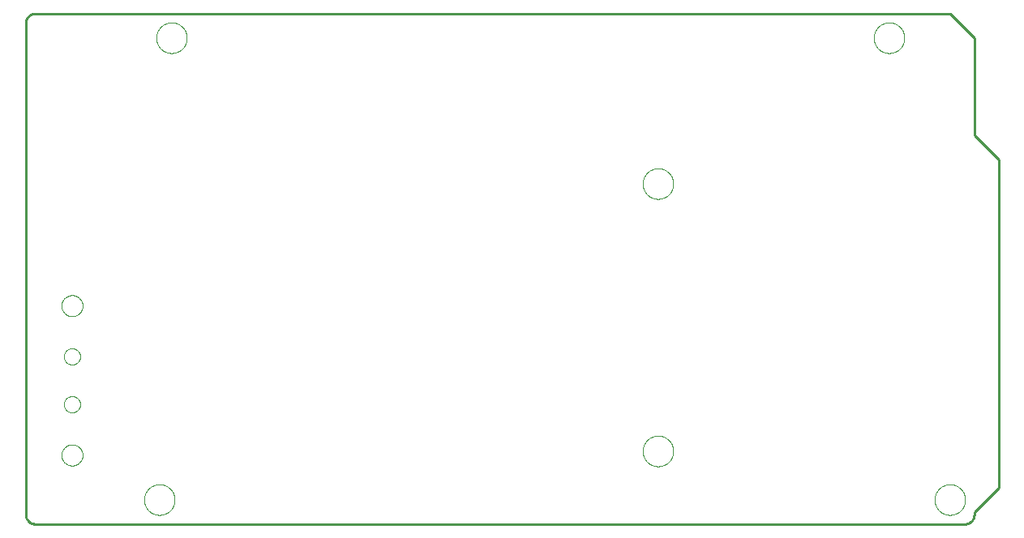
<source format=gm1>
G75*
%MOIN*%
%OFA0B0*%
%FSLAX25Y25*%
%IPPOS*%
%LPD*%
%AMOC8*
5,1,8,0,0,1.08239X$1,22.5*
%
%ADD10C,0.01000*%
%ADD11C,0.00000*%
D10*
X0043107Y0025660D02*
X0425233Y0025660D01*
X0425357Y0025662D01*
X0425480Y0025668D01*
X0425604Y0025677D01*
X0425726Y0025691D01*
X0425849Y0025708D01*
X0425971Y0025730D01*
X0426092Y0025755D01*
X0426212Y0025784D01*
X0426331Y0025816D01*
X0426450Y0025853D01*
X0426567Y0025893D01*
X0426682Y0025936D01*
X0426797Y0025984D01*
X0426909Y0026035D01*
X0427020Y0026089D01*
X0427130Y0026147D01*
X0427237Y0026208D01*
X0427343Y0026273D01*
X0427446Y0026341D01*
X0427547Y0026412D01*
X0427646Y0026486D01*
X0427743Y0026563D01*
X0427837Y0026644D01*
X0427928Y0026727D01*
X0428017Y0026813D01*
X0428103Y0026902D01*
X0428186Y0026993D01*
X0428267Y0027087D01*
X0428344Y0027184D01*
X0428418Y0027283D01*
X0428489Y0027384D01*
X0428557Y0027487D01*
X0428622Y0027593D01*
X0428683Y0027700D01*
X0428741Y0027810D01*
X0428795Y0027921D01*
X0428846Y0028033D01*
X0428894Y0028148D01*
X0428937Y0028263D01*
X0428977Y0028380D01*
X0429014Y0028499D01*
X0429046Y0028618D01*
X0429075Y0028738D01*
X0429100Y0028859D01*
X0429122Y0028981D01*
X0429139Y0029104D01*
X0429153Y0029226D01*
X0429162Y0029350D01*
X0429168Y0029473D01*
X0429170Y0029597D01*
X0429170Y0030660D01*
X0439170Y0040660D01*
X0439170Y0175660D01*
X0429170Y0185660D01*
X0429170Y0225660D01*
X0419170Y0235660D01*
X0043107Y0235660D01*
X0042983Y0235658D01*
X0042860Y0235652D01*
X0042736Y0235643D01*
X0042614Y0235629D01*
X0042491Y0235612D01*
X0042369Y0235590D01*
X0042248Y0235565D01*
X0042128Y0235536D01*
X0042009Y0235504D01*
X0041890Y0235467D01*
X0041773Y0235427D01*
X0041658Y0235384D01*
X0041543Y0235336D01*
X0041431Y0235285D01*
X0041320Y0235231D01*
X0041210Y0235173D01*
X0041103Y0235112D01*
X0040997Y0235047D01*
X0040894Y0234979D01*
X0040793Y0234908D01*
X0040694Y0234834D01*
X0040597Y0234757D01*
X0040503Y0234676D01*
X0040412Y0234593D01*
X0040323Y0234507D01*
X0040237Y0234418D01*
X0040154Y0234327D01*
X0040073Y0234233D01*
X0039996Y0234136D01*
X0039922Y0234037D01*
X0039851Y0233936D01*
X0039783Y0233833D01*
X0039718Y0233727D01*
X0039657Y0233620D01*
X0039599Y0233510D01*
X0039545Y0233399D01*
X0039494Y0233287D01*
X0039446Y0233172D01*
X0039403Y0233057D01*
X0039363Y0232940D01*
X0039326Y0232821D01*
X0039294Y0232702D01*
X0039265Y0232582D01*
X0039240Y0232461D01*
X0039218Y0232339D01*
X0039201Y0232216D01*
X0039187Y0232094D01*
X0039178Y0231970D01*
X0039172Y0231847D01*
X0039170Y0231723D01*
X0039170Y0029597D01*
X0039172Y0029473D01*
X0039178Y0029350D01*
X0039187Y0029226D01*
X0039201Y0029104D01*
X0039218Y0028981D01*
X0039240Y0028859D01*
X0039265Y0028738D01*
X0039294Y0028618D01*
X0039326Y0028499D01*
X0039363Y0028380D01*
X0039403Y0028263D01*
X0039446Y0028148D01*
X0039494Y0028033D01*
X0039545Y0027921D01*
X0039599Y0027810D01*
X0039657Y0027700D01*
X0039718Y0027593D01*
X0039783Y0027487D01*
X0039851Y0027384D01*
X0039922Y0027283D01*
X0039996Y0027184D01*
X0040073Y0027087D01*
X0040154Y0026993D01*
X0040237Y0026902D01*
X0040323Y0026813D01*
X0040412Y0026727D01*
X0040503Y0026644D01*
X0040597Y0026563D01*
X0040694Y0026486D01*
X0040793Y0026412D01*
X0040894Y0026341D01*
X0040997Y0026273D01*
X0041103Y0026208D01*
X0041210Y0026147D01*
X0041320Y0026089D01*
X0041431Y0026035D01*
X0041543Y0025984D01*
X0041658Y0025936D01*
X0041773Y0025893D01*
X0041890Y0025853D01*
X0042009Y0025816D01*
X0042128Y0025784D01*
X0042248Y0025755D01*
X0042369Y0025730D01*
X0042491Y0025708D01*
X0042614Y0025691D01*
X0042736Y0025677D01*
X0042860Y0025668D01*
X0042983Y0025662D01*
X0043107Y0025660D01*
D11*
X0053933Y0054006D02*
X0053935Y0054137D01*
X0053941Y0054269D01*
X0053951Y0054400D01*
X0053965Y0054531D01*
X0053983Y0054661D01*
X0054005Y0054790D01*
X0054030Y0054919D01*
X0054060Y0055047D01*
X0054094Y0055174D01*
X0054131Y0055301D01*
X0054172Y0055425D01*
X0054217Y0055549D01*
X0054266Y0055671D01*
X0054318Y0055792D01*
X0054374Y0055910D01*
X0054434Y0056028D01*
X0054497Y0056143D01*
X0054564Y0056256D01*
X0054634Y0056368D01*
X0054707Y0056477D01*
X0054783Y0056583D01*
X0054863Y0056688D01*
X0054946Y0056790D01*
X0055032Y0056889D01*
X0055121Y0056986D01*
X0055213Y0057080D01*
X0055308Y0057171D01*
X0055405Y0057260D01*
X0055505Y0057345D01*
X0055608Y0057427D01*
X0055713Y0057506D01*
X0055820Y0057582D01*
X0055930Y0057654D01*
X0056042Y0057723D01*
X0056156Y0057789D01*
X0056271Y0057851D01*
X0056389Y0057910D01*
X0056508Y0057965D01*
X0056629Y0058017D01*
X0056752Y0058064D01*
X0056876Y0058108D01*
X0057001Y0058149D01*
X0057127Y0058185D01*
X0057255Y0058218D01*
X0057383Y0058246D01*
X0057512Y0058271D01*
X0057642Y0058292D01*
X0057772Y0058309D01*
X0057903Y0058322D01*
X0058034Y0058331D01*
X0058165Y0058336D01*
X0058297Y0058337D01*
X0058428Y0058334D01*
X0058560Y0058327D01*
X0058691Y0058316D01*
X0058821Y0058301D01*
X0058951Y0058282D01*
X0059081Y0058259D01*
X0059209Y0058233D01*
X0059337Y0058202D01*
X0059464Y0058167D01*
X0059590Y0058129D01*
X0059714Y0058087D01*
X0059838Y0058041D01*
X0059959Y0057991D01*
X0060079Y0057938D01*
X0060198Y0057881D01*
X0060315Y0057821D01*
X0060429Y0057757D01*
X0060542Y0057689D01*
X0060653Y0057618D01*
X0060762Y0057544D01*
X0060868Y0057467D01*
X0060972Y0057386D01*
X0061073Y0057303D01*
X0061172Y0057216D01*
X0061268Y0057126D01*
X0061361Y0057033D01*
X0061452Y0056938D01*
X0061539Y0056840D01*
X0061624Y0056739D01*
X0061705Y0056636D01*
X0061783Y0056530D01*
X0061858Y0056422D01*
X0061930Y0056312D01*
X0061998Y0056200D01*
X0062063Y0056086D01*
X0062124Y0055969D01*
X0062182Y0055851D01*
X0062236Y0055731D01*
X0062287Y0055610D01*
X0062334Y0055487D01*
X0062377Y0055363D01*
X0062416Y0055238D01*
X0062452Y0055111D01*
X0062483Y0054983D01*
X0062511Y0054855D01*
X0062535Y0054726D01*
X0062555Y0054596D01*
X0062571Y0054465D01*
X0062583Y0054334D01*
X0062591Y0054203D01*
X0062595Y0054072D01*
X0062595Y0053940D01*
X0062591Y0053809D01*
X0062583Y0053678D01*
X0062571Y0053547D01*
X0062555Y0053416D01*
X0062535Y0053286D01*
X0062511Y0053157D01*
X0062483Y0053029D01*
X0062452Y0052901D01*
X0062416Y0052774D01*
X0062377Y0052649D01*
X0062334Y0052525D01*
X0062287Y0052402D01*
X0062236Y0052281D01*
X0062182Y0052161D01*
X0062124Y0052043D01*
X0062063Y0051926D01*
X0061998Y0051812D01*
X0061930Y0051700D01*
X0061858Y0051590D01*
X0061783Y0051482D01*
X0061705Y0051376D01*
X0061624Y0051273D01*
X0061539Y0051172D01*
X0061452Y0051074D01*
X0061361Y0050979D01*
X0061268Y0050886D01*
X0061172Y0050796D01*
X0061073Y0050709D01*
X0060972Y0050626D01*
X0060868Y0050545D01*
X0060762Y0050468D01*
X0060653Y0050394D01*
X0060542Y0050323D01*
X0060430Y0050255D01*
X0060315Y0050191D01*
X0060198Y0050131D01*
X0060079Y0050074D01*
X0059959Y0050021D01*
X0059838Y0049971D01*
X0059714Y0049925D01*
X0059590Y0049883D01*
X0059464Y0049845D01*
X0059337Y0049810D01*
X0059209Y0049779D01*
X0059081Y0049753D01*
X0058951Y0049730D01*
X0058821Y0049711D01*
X0058691Y0049696D01*
X0058560Y0049685D01*
X0058428Y0049678D01*
X0058297Y0049675D01*
X0058165Y0049676D01*
X0058034Y0049681D01*
X0057903Y0049690D01*
X0057772Y0049703D01*
X0057642Y0049720D01*
X0057512Y0049741D01*
X0057383Y0049766D01*
X0057255Y0049794D01*
X0057127Y0049827D01*
X0057001Y0049863D01*
X0056876Y0049904D01*
X0056752Y0049948D01*
X0056629Y0049995D01*
X0056508Y0050047D01*
X0056389Y0050102D01*
X0056271Y0050161D01*
X0056156Y0050223D01*
X0056042Y0050289D01*
X0055930Y0050358D01*
X0055820Y0050430D01*
X0055713Y0050506D01*
X0055608Y0050585D01*
X0055505Y0050667D01*
X0055405Y0050752D01*
X0055308Y0050841D01*
X0055213Y0050932D01*
X0055121Y0051026D01*
X0055032Y0051123D01*
X0054946Y0051222D01*
X0054863Y0051324D01*
X0054783Y0051429D01*
X0054707Y0051535D01*
X0054634Y0051644D01*
X0054564Y0051756D01*
X0054497Y0051869D01*
X0054434Y0051984D01*
X0054374Y0052102D01*
X0054318Y0052220D01*
X0054266Y0052341D01*
X0054217Y0052463D01*
X0054172Y0052587D01*
X0054131Y0052711D01*
X0054094Y0052838D01*
X0054060Y0052965D01*
X0054030Y0053093D01*
X0054005Y0053222D01*
X0053983Y0053351D01*
X0053965Y0053481D01*
X0053951Y0053612D01*
X0053941Y0053743D01*
X0053935Y0053875D01*
X0053933Y0054006D01*
X0054918Y0074872D02*
X0054920Y0074987D01*
X0054926Y0075103D01*
X0054936Y0075218D01*
X0054950Y0075333D01*
X0054968Y0075447D01*
X0054990Y0075560D01*
X0055015Y0075673D01*
X0055045Y0075784D01*
X0055078Y0075895D01*
X0055115Y0076004D01*
X0055156Y0076112D01*
X0055201Y0076219D01*
X0055249Y0076324D01*
X0055301Y0076427D01*
X0055357Y0076528D01*
X0055416Y0076628D01*
X0055478Y0076725D01*
X0055544Y0076820D01*
X0055612Y0076913D01*
X0055684Y0077003D01*
X0055759Y0077091D01*
X0055838Y0077176D01*
X0055919Y0077258D01*
X0056002Y0077338D01*
X0056089Y0077414D01*
X0056178Y0077488D01*
X0056269Y0077558D01*
X0056363Y0077626D01*
X0056459Y0077690D01*
X0056558Y0077750D01*
X0056658Y0077807D01*
X0056760Y0077861D01*
X0056864Y0077911D01*
X0056970Y0077958D01*
X0057077Y0078001D01*
X0057186Y0078040D01*
X0057296Y0078075D01*
X0057407Y0078106D01*
X0057519Y0078134D01*
X0057632Y0078158D01*
X0057746Y0078178D01*
X0057861Y0078194D01*
X0057976Y0078206D01*
X0058091Y0078214D01*
X0058206Y0078218D01*
X0058322Y0078218D01*
X0058437Y0078214D01*
X0058552Y0078206D01*
X0058667Y0078194D01*
X0058782Y0078178D01*
X0058896Y0078158D01*
X0059009Y0078134D01*
X0059121Y0078106D01*
X0059232Y0078075D01*
X0059342Y0078040D01*
X0059451Y0078001D01*
X0059558Y0077958D01*
X0059664Y0077911D01*
X0059768Y0077861D01*
X0059870Y0077807D01*
X0059970Y0077750D01*
X0060069Y0077690D01*
X0060165Y0077626D01*
X0060259Y0077558D01*
X0060350Y0077488D01*
X0060439Y0077414D01*
X0060526Y0077338D01*
X0060609Y0077258D01*
X0060690Y0077176D01*
X0060769Y0077091D01*
X0060844Y0077003D01*
X0060916Y0076913D01*
X0060984Y0076820D01*
X0061050Y0076725D01*
X0061112Y0076628D01*
X0061171Y0076528D01*
X0061227Y0076427D01*
X0061279Y0076324D01*
X0061327Y0076219D01*
X0061372Y0076112D01*
X0061413Y0076004D01*
X0061450Y0075895D01*
X0061483Y0075784D01*
X0061513Y0075673D01*
X0061538Y0075560D01*
X0061560Y0075447D01*
X0061578Y0075333D01*
X0061592Y0075218D01*
X0061602Y0075103D01*
X0061608Y0074987D01*
X0061610Y0074872D01*
X0061608Y0074757D01*
X0061602Y0074641D01*
X0061592Y0074526D01*
X0061578Y0074411D01*
X0061560Y0074297D01*
X0061538Y0074184D01*
X0061513Y0074071D01*
X0061483Y0073960D01*
X0061450Y0073849D01*
X0061413Y0073740D01*
X0061372Y0073632D01*
X0061327Y0073525D01*
X0061279Y0073420D01*
X0061227Y0073317D01*
X0061171Y0073216D01*
X0061112Y0073116D01*
X0061050Y0073019D01*
X0060984Y0072924D01*
X0060916Y0072831D01*
X0060844Y0072741D01*
X0060769Y0072653D01*
X0060690Y0072568D01*
X0060609Y0072486D01*
X0060526Y0072406D01*
X0060439Y0072330D01*
X0060350Y0072256D01*
X0060259Y0072186D01*
X0060165Y0072118D01*
X0060069Y0072054D01*
X0059970Y0071994D01*
X0059870Y0071937D01*
X0059768Y0071883D01*
X0059664Y0071833D01*
X0059558Y0071786D01*
X0059451Y0071743D01*
X0059342Y0071704D01*
X0059232Y0071669D01*
X0059121Y0071638D01*
X0059009Y0071610D01*
X0058896Y0071586D01*
X0058782Y0071566D01*
X0058667Y0071550D01*
X0058552Y0071538D01*
X0058437Y0071530D01*
X0058322Y0071526D01*
X0058206Y0071526D01*
X0058091Y0071530D01*
X0057976Y0071538D01*
X0057861Y0071550D01*
X0057746Y0071566D01*
X0057632Y0071586D01*
X0057519Y0071610D01*
X0057407Y0071638D01*
X0057296Y0071669D01*
X0057186Y0071704D01*
X0057077Y0071743D01*
X0056970Y0071786D01*
X0056864Y0071833D01*
X0056760Y0071883D01*
X0056658Y0071937D01*
X0056558Y0071994D01*
X0056459Y0072054D01*
X0056363Y0072118D01*
X0056269Y0072186D01*
X0056178Y0072256D01*
X0056089Y0072330D01*
X0056002Y0072406D01*
X0055919Y0072486D01*
X0055838Y0072568D01*
X0055759Y0072653D01*
X0055684Y0072741D01*
X0055612Y0072831D01*
X0055544Y0072924D01*
X0055478Y0073019D01*
X0055416Y0073116D01*
X0055357Y0073216D01*
X0055301Y0073317D01*
X0055249Y0073420D01*
X0055201Y0073525D01*
X0055156Y0073632D01*
X0055115Y0073740D01*
X0055078Y0073849D01*
X0055045Y0073960D01*
X0055015Y0074071D01*
X0054990Y0074184D01*
X0054968Y0074297D01*
X0054950Y0074411D01*
X0054936Y0074526D01*
X0054926Y0074641D01*
X0054920Y0074757D01*
X0054918Y0074872D01*
X0054918Y0094557D02*
X0054920Y0094672D01*
X0054926Y0094788D01*
X0054936Y0094903D01*
X0054950Y0095018D01*
X0054968Y0095132D01*
X0054990Y0095245D01*
X0055015Y0095358D01*
X0055045Y0095469D01*
X0055078Y0095580D01*
X0055115Y0095689D01*
X0055156Y0095797D01*
X0055201Y0095904D01*
X0055249Y0096009D01*
X0055301Y0096112D01*
X0055357Y0096213D01*
X0055416Y0096313D01*
X0055478Y0096410D01*
X0055544Y0096505D01*
X0055612Y0096598D01*
X0055684Y0096688D01*
X0055759Y0096776D01*
X0055838Y0096861D01*
X0055919Y0096943D01*
X0056002Y0097023D01*
X0056089Y0097099D01*
X0056178Y0097173D01*
X0056269Y0097243D01*
X0056363Y0097311D01*
X0056459Y0097375D01*
X0056558Y0097435D01*
X0056658Y0097492D01*
X0056760Y0097546D01*
X0056864Y0097596D01*
X0056970Y0097643D01*
X0057077Y0097686D01*
X0057186Y0097725D01*
X0057296Y0097760D01*
X0057407Y0097791D01*
X0057519Y0097819D01*
X0057632Y0097843D01*
X0057746Y0097863D01*
X0057861Y0097879D01*
X0057976Y0097891D01*
X0058091Y0097899D01*
X0058206Y0097903D01*
X0058322Y0097903D01*
X0058437Y0097899D01*
X0058552Y0097891D01*
X0058667Y0097879D01*
X0058782Y0097863D01*
X0058896Y0097843D01*
X0059009Y0097819D01*
X0059121Y0097791D01*
X0059232Y0097760D01*
X0059342Y0097725D01*
X0059451Y0097686D01*
X0059558Y0097643D01*
X0059664Y0097596D01*
X0059768Y0097546D01*
X0059870Y0097492D01*
X0059970Y0097435D01*
X0060069Y0097375D01*
X0060165Y0097311D01*
X0060259Y0097243D01*
X0060350Y0097173D01*
X0060439Y0097099D01*
X0060526Y0097023D01*
X0060609Y0096943D01*
X0060690Y0096861D01*
X0060769Y0096776D01*
X0060844Y0096688D01*
X0060916Y0096598D01*
X0060984Y0096505D01*
X0061050Y0096410D01*
X0061112Y0096313D01*
X0061171Y0096213D01*
X0061227Y0096112D01*
X0061279Y0096009D01*
X0061327Y0095904D01*
X0061372Y0095797D01*
X0061413Y0095689D01*
X0061450Y0095580D01*
X0061483Y0095469D01*
X0061513Y0095358D01*
X0061538Y0095245D01*
X0061560Y0095132D01*
X0061578Y0095018D01*
X0061592Y0094903D01*
X0061602Y0094788D01*
X0061608Y0094672D01*
X0061610Y0094557D01*
X0061608Y0094442D01*
X0061602Y0094326D01*
X0061592Y0094211D01*
X0061578Y0094096D01*
X0061560Y0093982D01*
X0061538Y0093869D01*
X0061513Y0093756D01*
X0061483Y0093645D01*
X0061450Y0093534D01*
X0061413Y0093425D01*
X0061372Y0093317D01*
X0061327Y0093210D01*
X0061279Y0093105D01*
X0061227Y0093002D01*
X0061171Y0092901D01*
X0061112Y0092801D01*
X0061050Y0092704D01*
X0060984Y0092609D01*
X0060916Y0092516D01*
X0060844Y0092426D01*
X0060769Y0092338D01*
X0060690Y0092253D01*
X0060609Y0092171D01*
X0060526Y0092091D01*
X0060439Y0092015D01*
X0060350Y0091941D01*
X0060259Y0091871D01*
X0060165Y0091803D01*
X0060069Y0091739D01*
X0059970Y0091679D01*
X0059870Y0091622D01*
X0059768Y0091568D01*
X0059664Y0091518D01*
X0059558Y0091471D01*
X0059451Y0091428D01*
X0059342Y0091389D01*
X0059232Y0091354D01*
X0059121Y0091323D01*
X0059009Y0091295D01*
X0058896Y0091271D01*
X0058782Y0091251D01*
X0058667Y0091235D01*
X0058552Y0091223D01*
X0058437Y0091215D01*
X0058322Y0091211D01*
X0058206Y0091211D01*
X0058091Y0091215D01*
X0057976Y0091223D01*
X0057861Y0091235D01*
X0057746Y0091251D01*
X0057632Y0091271D01*
X0057519Y0091295D01*
X0057407Y0091323D01*
X0057296Y0091354D01*
X0057186Y0091389D01*
X0057077Y0091428D01*
X0056970Y0091471D01*
X0056864Y0091518D01*
X0056760Y0091568D01*
X0056658Y0091622D01*
X0056558Y0091679D01*
X0056459Y0091739D01*
X0056363Y0091803D01*
X0056269Y0091871D01*
X0056178Y0091941D01*
X0056089Y0092015D01*
X0056002Y0092091D01*
X0055919Y0092171D01*
X0055838Y0092253D01*
X0055759Y0092338D01*
X0055684Y0092426D01*
X0055612Y0092516D01*
X0055544Y0092609D01*
X0055478Y0092704D01*
X0055416Y0092801D01*
X0055357Y0092901D01*
X0055301Y0093002D01*
X0055249Y0093105D01*
X0055201Y0093210D01*
X0055156Y0093317D01*
X0055115Y0093425D01*
X0055078Y0093534D01*
X0055045Y0093645D01*
X0055015Y0093756D01*
X0054990Y0093869D01*
X0054968Y0093982D01*
X0054950Y0094096D01*
X0054936Y0094211D01*
X0054926Y0094326D01*
X0054920Y0094442D01*
X0054918Y0094557D01*
X0053933Y0115423D02*
X0053935Y0115554D01*
X0053941Y0115686D01*
X0053951Y0115817D01*
X0053965Y0115948D01*
X0053983Y0116078D01*
X0054005Y0116207D01*
X0054030Y0116336D01*
X0054060Y0116464D01*
X0054094Y0116591D01*
X0054131Y0116718D01*
X0054172Y0116842D01*
X0054217Y0116966D01*
X0054266Y0117088D01*
X0054318Y0117209D01*
X0054374Y0117327D01*
X0054434Y0117445D01*
X0054497Y0117560D01*
X0054564Y0117673D01*
X0054634Y0117785D01*
X0054707Y0117894D01*
X0054783Y0118000D01*
X0054863Y0118105D01*
X0054946Y0118207D01*
X0055032Y0118306D01*
X0055121Y0118403D01*
X0055213Y0118497D01*
X0055308Y0118588D01*
X0055405Y0118677D01*
X0055505Y0118762D01*
X0055608Y0118844D01*
X0055713Y0118923D01*
X0055820Y0118999D01*
X0055930Y0119071D01*
X0056042Y0119140D01*
X0056156Y0119206D01*
X0056271Y0119268D01*
X0056389Y0119327D01*
X0056508Y0119382D01*
X0056629Y0119434D01*
X0056752Y0119481D01*
X0056876Y0119525D01*
X0057001Y0119566D01*
X0057127Y0119602D01*
X0057255Y0119635D01*
X0057383Y0119663D01*
X0057512Y0119688D01*
X0057642Y0119709D01*
X0057772Y0119726D01*
X0057903Y0119739D01*
X0058034Y0119748D01*
X0058165Y0119753D01*
X0058297Y0119754D01*
X0058428Y0119751D01*
X0058560Y0119744D01*
X0058691Y0119733D01*
X0058821Y0119718D01*
X0058951Y0119699D01*
X0059081Y0119676D01*
X0059209Y0119650D01*
X0059337Y0119619D01*
X0059464Y0119584D01*
X0059590Y0119546D01*
X0059714Y0119504D01*
X0059838Y0119458D01*
X0059959Y0119408D01*
X0060079Y0119355D01*
X0060198Y0119298D01*
X0060315Y0119238D01*
X0060429Y0119174D01*
X0060542Y0119106D01*
X0060653Y0119035D01*
X0060762Y0118961D01*
X0060868Y0118884D01*
X0060972Y0118803D01*
X0061073Y0118720D01*
X0061172Y0118633D01*
X0061268Y0118543D01*
X0061361Y0118450D01*
X0061452Y0118355D01*
X0061539Y0118257D01*
X0061624Y0118156D01*
X0061705Y0118053D01*
X0061783Y0117947D01*
X0061858Y0117839D01*
X0061930Y0117729D01*
X0061998Y0117617D01*
X0062063Y0117503D01*
X0062124Y0117386D01*
X0062182Y0117268D01*
X0062236Y0117148D01*
X0062287Y0117027D01*
X0062334Y0116904D01*
X0062377Y0116780D01*
X0062416Y0116655D01*
X0062452Y0116528D01*
X0062483Y0116400D01*
X0062511Y0116272D01*
X0062535Y0116143D01*
X0062555Y0116013D01*
X0062571Y0115882D01*
X0062583Y0115751D01*
X0062591Y0115620D01*
X0062595Y0115489D01*
X0062595Y0115357D01*
X0062591Y0115226D01*
X0062583Y0115095D01*
X0062571Y0114964D01*
X0062555Y0114833D01*
X0062535Y0114703D01*
X0062511Y0114574D01*
X0062483Y0114446D01*
X0062452Y0114318D01*
X0062416Y0114191D01*
X0062377Y0114066D01*
X0062334Y0113942D01*
X0062287Y0113819D01*
X0062236Y0113698D01*
X0062182Y0113578D01*
X0062124Y0113460D01*
X0062063Y0113343D01*
X0061998Y0113229D01*
X0061930Y0113117D01*
X0061858Y0113007D01*
X0061783Y0112899D01*
X0061705Y0112793D01*
X0061624Y0112690D01*
X0061539Y0112589D01*
X0061452Y0112491D01*
X0061361Y0112396D01*
X0061268Y0112303D01*
X0061172Y0112213D01*
X0061073Y0112126D01*
X0060972Y0112043D01*
X0060868Y0111962D01*
X0060762Y0111885D01*
X0060653Y0111811D01*
X0060542Y0111740D01*
X0060430Y0111672D01*
X0060315Y0111608D01*
X0060198Y0111548D01*
X0060079Y0111491D01*
X0059959Y0111438D01*
X0059838Y0111388D01*
X0059714Y0111342D01*
X0059590Y0111300D01*
X0059464Y0111262D01*
X0059337Y0111227D01*
X0059209Y0111196D01*
X0059081Y0111170D01*
X0058951Y0111147D01*
X0058821Y0111128D01*
X0058691Y0111113D01*
X0058560Y0111102D01*
X0058428Y0111095D01*
X0058297Y0111092D01*
X0058165Y0111093D01*
X0058034Y0111098D01*
X0057903Y0111107D01*
X0057772Y0111120D01*
X0057642Y0111137D01*
X0057512Y0111158D01*
X0057383Y0111183D01*
X0057255Y0111211D01*
X0057127Y0111244D01*
X0057001Y0111280D01*
X0056876Y0111321D01*
X0056752Y0111365D01*
X0056629Y0111412D01*
X0056508Y0111464D01*
X0056389Y0111519D01*
X0056271Y0111578D01*
X0056156Y0111640D01*
X0056042Y0111706D01*
X0055930Y0111775D01*
X0055820Y0111847D01*
X0055713Y0111923D01*
X0055608Y0112002D01*
X0055505Y0112084D01*
X0055405Y0112169D01*
X0055308Y0112258D01*
X0055213Y0112349D01*
X0055121Y0112443D01*
X0055032Y0112540D01*
X0054946Y0112639D01*
X0054863Y0112741D01*
X0054783Y0112846D01*
X0054707Y0112952D01*
X0054634Y0113061D01*
X0054564Y0113173D01*
X0054497Y0113286D01*
X0054434Y0113401D01*
X0054374Y0113519D01*
X0054318Y0113637D01*
X0054266Y0113758D01*
X0054217Y0113880D01*
X0054172Y0114004D01*
X0054131Y0114128D01*
X0054094Y0114255D01*
X0054060Y0114382D01*
X0054030Y0114510D01*
X0054005Y0114639D01*
X0053983Y0114768D01*
X0053965Y0114898D01*
X0053951Y0115029D01*
X0053941Y0115160D01*
X0053935Y0115292D01*
X0053933Y0115423D01*
X0087871Y0035660D02*
X0087873Y0035818D01*
X0087879Y0035976D01*
X0087889Y0036134D01*
X0087903Y0036292D01*
X0087921Y0036449D01*
X0087942Y0036606D01*
X0087968Y0036762D01*
X0087998Y0036918D01*
X0088031Y0037073D01*
X0088069Y0037226D01*
X0088110Y0037379D01*
X0088155Y0037531D01*
X0088204Y0037682D01*
X0088257Y0037831D01*
X0088313Y0037979D01*
X0088373Y0038125D01*
X0088437Y0038270D01*
X0088505Y0038413D01*
X0088576Y0038555D01*
X0088650Y0038695D01*
X0088728Y0038832D01*
X0088810Y0038968D01*
X0088894Y0039102D01*
X0088983Y0039233D01*
X0089074Y0039362D01*
X0089169Y0039489D01*
X0089266Y0039614D01*
X0089367Y0039736D01*
X0089471Y0039855D01*
X0089578Y0039972D01*
X0089688Y0040086D01*
X0089801Y0040197D01*
X0089916Y0040306D01*
X0090034Y0040411D01*
X0090155Y0040513D01*
X0090278Y0040613D01*
X0090404Y0040709D01*
X0090532Y0040802D01*
X0090662Y0040892D01*
X0090795Y0040978D01*
X0090930Y0041062D01*
X0091066Y0041141D01*
X0091205Y0041218D01*
X0091346Y0041290D01*
X0091488Y0041360D01*
X0091632Y0041425D01*
X0091778Y0041487D01*
X0091925Y0041545D01*
X0092074Y0041600D01*
X0092224Y0041651D01*
X0092375Y0041698D01*
X0092527Y0041741D01*
X0092680Y0041780D01*
X0092835Y0041816D01*
X0092990Y0041847D01*
X0093146Y0041875D01*
X0093302Y0041899D01*
X0093459Y0041919D01*
X0093617Y0041935D01*
X0093774Y0041947D01*
X0093933Y0041955D01*
X0094091Y0041959D01*
X0094249Y0041959D01*
X0094407Y0041955D01*
X0094566Y0041947D01*
X0094723Y0041935D01*
X0094881Y0041919D01*
X0095038Y0041899D01*
X0095194Y0041875D01*
X0095350Y0041847D01*
X0095505Y0041816D01*
X0095660Y0041780D01*
X0095813Y0041741D01*
X0095965Y0041698D01*
X0096116Y0041651D01*
X0096266Y0041600D01*
X0096415Y0041545D01*
X0096562Y0041487D01*
X0096708Y0041425D01*
X0096852Y0041360D01*
X0096994Y0041290D01*
X0097135Y0041218D01*
X0097274Y0041141D01*
X0097410Y0041062D01*
X0097545Y0040978D01*
X0097678Y0040892D01*
X0097808Y0040802D01*
X0097936Y0040709D01*
X0098062Y0040613D01*
X0098185Y0040513D01*
X0098306Y0040411D01*
X0098424Y0040306D01*
X0098539Y0040197D01*
X0098652Y0040086D01*
X0098762Y0039972D01*
X0098869Y0039855D01*
X0098973Y0039736D01*
X0099074Y0039614D01*
X0099171Y0039489D01*
X0099266Y0039362D01*
X0099357Y0039233D01*
X0099446Y0039102D01*
X0099530Y0038968D01*
X0099612Y0038832D01*
X0099690Y0038695D01*
X0099764Y0038555D01*
X0099835Y0038413D01*
X0099903Y0038270D01*
X0099967Y0038125D01*
X0100027Y0037979D01*
X0100083Y0037831D01*
X0100136Y0037682D01*
X0100185Y0037531D01*
X0100230Y0037379D01*
X0100271Y0037226D01*
X0100309Y0037073D01*
X0100342Y0036918D01*
X0100372Y0036762D01*
X0100398Y0036606D01*
X0100419Y0036449D01*
X0100437Y0036292D01*
X0100451Y0036134D01*
X0100461Y0035976D01*
X0100467Y0035818D01*
X0100469Y0035660D01*
X0100467Y0035502D01*
X0100461Y0035344D01*
X0100451Y0035186D01*
X0100437Y0035028D01*
X0100419Y0034871D01*
X0100398Y0034714D01*
X0100372Y0034558D01*
X0100342Y0034402D01*
X0100309Y0034247D01*
X0100271Y0034094D01*
X0100230Y0033941D01*
X0100185Y0033789D01*
X0100136Y0033638D01*
X0100083Y0033489D01*
X0100027Y0033341D01*
X0099967Y0033195D01*
X0099903Y0033050D01*
X0099835Y0032907D01*
X0099764Y0032765D01*
X0099690Y0032625D01*
X0099612Y0032488D01*
X0099530Y0032352D01*
X0099446Y0032218D01*
X0099357Y0032087D01*
X0099266Y0031958D01*
X0099171Y0031831D01*
X0099074Y0031706D01*
X0098973Y0031584D01*
X0098869Y0031465D01*
X0098762Y0031348D01*
X0098652Y0031234D01*
X0098539Y0031123D01*
X0098424Y0031014D01*
X0098306Y0030909D01*
X0098185Y0030807D01*
X0098062Y0030707D01*
X0097936Y0030611D01*
X0097808Y0030518D01*
X0097678Y0030428D01*
X0097545Y0030342D01*
X0097410Y0030258D01*
X0097274Y0030179D01*
X0097135Y0030102D01*
X0096994Y0030030D01*
X0096852Y0029960D01*
X0096708Y0029895D01*
X0096562Y0029833D01*
X0096415Y0029775D01*
X0096266Y0029720D01*
X0096116Y0029669D01*
X0095965Y0029622D01*
X0095813Y0029579D01*
X0095660Y0029540D01*
X0095505Y0029504D01*
X0095350Y0029473D01*
X0095194Y0029445D01*
X0095038Y0029421D01*
X0094881Y0029401D01*
X0094723Y0029385D01*
X0094566Y0029373D01*
X0094407Y0029365D01*
X0094249Y0029361D01*
X0094091Y0029361D01*
X0093933Y0029365D01*
X0093774Y0029373D01*
X0093617Y0029385D01*
X0093459Y0029401D01*
X0093302Y0029421D01*
X0093146Y0029445D01*
X0092990Y0029473D01*
X0092835Y0029504D01*
X0092680Y0029540D01*
X0092527Y0029579D01*
X0092375Y0029622D01*
X0092224Y0029669D01*
X0092074Y0029720D01*
X0091925Y0029775D01*
X0091778Y0029833D01*
X0091632Y0029895D01*
X0091488Y0029960D01*
X0091346Y0030030D01*
X0091205Y0030102D01*
X0091066Y0030179D01*
X0090930Y0030258D01*
X0090795Y0030342D01*
X0090662Y0030428D01*
X0090532Y0030518D01*
X0090404Y0030611D01*
X0090278Y0030707D01*
X0090155Y0030807D01*
X0090034Y0030909D01*
X0089916Y0031014D01*
X0089801Y0031123D01*
X0089688Y0031234D01*
X0089578Y0031348D01*
X0089471Y0031465D01*
X0089367Y0031584D01*
X0089266Y0031706D01*
X0089169Y0031831D01*
X0089074Y0031958D01*
X0088983Y0032087D01*
X0088894Y0032218D01*
X0088810Y0032352D01*
X0088728Y0032488D01*
X0088650Y0032625D01*
X0088576Y0032765D01*
X0088505Y0032907D01*
X0088437Y0033050D01*
X0088373Y0033195D01*
X0088313Y0033341D01*
X0088257Y0033489D01*
X0088204Y0033638D01*
X0088155Y0033789D01*
X0088110Y0033941D01*
X0088069Y0034094D01*
X0088031Y0034247D01*
X0087998Y0034402D01*
X0087968Y0034558D01*
X0087942Y0034714D01*
X0087921Y0034871D01*
X0087903Y0035028D01*
X0087889Y0035186D01*
X0087879Y0035344D01*
X0087873Y0035502D01*
X0087871Y0035660D01*
X0292871Y0055660D02*
X0292873Y0055818D01*
X0292879Y0055976D01*
X0292889Y0056134D01*
X0292903Y0056292D01*
X0292921Y0056449D01*
X0292942Y0056606D01*
X0292968Y0056762D01*
X0292998Y0056918D01*
X0293031Y0057073D01*
X0293069Y0057226D01*
X0293110Y0057379D01*
X0293155Y0057531D01*
X0293204Y0057682D01*
X0293257Y0057831D01*
X0293313Y0057979D01*
X0293373Y0058125D01*
X0293437Y0058270D01*
X0293505Y0058413D01*
X0293576Y0058555D01*
X0293650Y0058695D01*
X0293728Y0058832D01*
X0293810Y0058968D01*
X0293894Y0059102D01*
X0293983Y0059233D01*
X0294074Y0059362D01*
X0294169Y0059489D01*
X0294266Y0059614D01*
X0294367Y0059736D01*
X0294471Y0059855D01*
X0294578Y0059972D01*
X0294688Y0060086D01*
X0294801Y0060197D01*
X0294916Y0060306D01*
X0295034Y0060411D01*
X0295155Y0060513D01*
X0295278Y0060613D01*
X0295404Y0060709D01*
X0295532Y0060802D01*
X0295662Y0060892D01*
X0295795Y0060978D01*
X0295930Y0061062D01*
X0296066Y0061141D01*
X0296205Y0061218D01*
X0296346Y0061290D01*
X0296488Y0061360D01*
X0296632Y0061425D01*
X0296778Y0061487D01*
X0296925Y0061545D01*
X0297074Y0061600D01*
X0297224Y0061651D01*
X0297375Y0061698D01*
X0297527Y0061741D01*
X0297680Y0061780D01*
X0297835Y0061816D01*
X0297990Y0061847D01*
X0298146Y0061875D01*
X0298302Y0061899D01*
X0298459Y0061919D01*
X0298617Y0061935D01*
X0298774Y0061947D01*
X0298933Y0061955D01*
X0299091Y0061959D01*
X0299249Y0061959D01*
X0299407Y0061955D01*
X0299566Y0061947D01*
X0299723Y0061935D01*
X0299881Y0061919D01*
X0300038Y0061899D01*
X0300194Y0061875D01*
X0300350Y0061847D01*
X0300505Y0061816D01*
X0300660Y0061780D01*
X0300813Y0061741D01*
X0300965Y0061698D01*
X0301116Y0061651D01*
X0301266Y0061600D01*
X0301415Y0061545D01*
X0301562Y0061487D01*
X0301708Y0061425D01*
X0301852Y0061360D01*
X0301994Y0061290D01*
X0302135Y0061218D01*
X0302274Y0061141D01*
X0302410Y0061062D01*
X0302545Y0060978D01*
X0302678Y0060892D01*
X0302808Y0060802D01*
X0302936Y0060709D01*
X0303062Y0060613D01*
X0303185Y0060513D01*
X0303306Y0060411D01*
X0303424Y0060306D01*
X0303539Y0060197D01*
X0303652Y0060086D01*
X0303762Y0059972D01*
X0303869Y0059855D01*
X0303973Y0059736D01*
X0304074Y0059614D01*
X0304171Y0059489D01*
X0304266Y0059362D01*
X0304357Y0059233D01*
X0304446Y0059102D01*
X0304530Y0058968D01*
X0304612Y0058832D01*
X0304690Y0058695D01*
X0304764Y0058555D01*
X0304835Y0058413D01*
X0304903Y0058270D01*
X0304967Y0058125D01*
X0305027Y0057979D01*
X0305083Y0057831D01*
X0305136Y0057682D01*
X0305185Y0057531D01*
X0305230Y0057379D01*
X0305271Y0057226D01*
X0305309Y0057073D01*
X0305342Y0056918D01*
X0305372Y0056762D01*
X0305398Y0056606D01*
X0305419Y0056449D01*
X0305437Y0056292D01*
X0305451Y0056134D01*
X0305461Y0055976D01*
X0305467Y0055818D01*
X0305469Y0055660D01*
X0305467Y0055502D01*
X0305461Y0055344D01*
X0305451Y0055186D01*
X0305437Y0055028D01*
X0305419Y0054871D01*
X0305398Y0054714D01*
X0305372Y0054558D01*
X0305342Y0054402D01*
X0305309Y0054247D01*
X0305271Y0054094D01*
X0305230Y0053941D01*
X0305185Y0053789D01*
X0305136Y0053638D01*
X0305083Y0053489D01*
X0305027Y0053341D01*
X0304967Y0053195D01*
X0304903Y0053050D01*
X0304835Y0052907D01*
X0304764Y0052765D01*
X0304690Y0052625D01*
X0304612Y0052488D01*
X0304530Y0052352D01*
X0304446Y0052218D01*
X0304357Y0052087D01*
X0304266Y0051958D01*
X0304171Y0051831D01*
X0304074Y0051706D01*
X0303973Y0051584D01*
X0303869Y0051465D01*
X0303762Y0051348D01*
X0303652Y0051234D01*
X0303539Y0051123D01*
X0303424Y0051014D01*
X0303306Y0050909D01*
X0303185Y0050807D01*
X0303062Y0050707D01*
X0302936Y0050611D01*
X0302808Y0050518D01*
X0302678Y0050428D01*
X0302545Y0050342D01*
X0302410Y0050258D01*
X0302274Y0050179D01*
X0302135Y0050102D01*
X0301994Y0050030D01*
X0301852Y0049960D01*
X0301708Y0049895D01*
X0301562Y0049833D01*
X0301415Y0049775D01*
X0301266Y0049720D01*
X0301116Y0049669D01*
X0300965Y0049622D01*
X0300813Y0049579D01*
X0300660Y0049540D01*
X0300505Y0049504D01*
X0300350Y0049473D01*
X0300194Y0049445D01*
X0300038Y0049421D01*
X0299881Y0049401D01*
X0299723Y0049385D01*
X0299566Y0049373D01*
X0299407Y0049365D01*
X0299249Y0049361D01*
X0299091Y0049361D01*
X0298933Y0049365D01*
X0298774Y0049373D01*
X0298617Y0049385D01*
X0298459Y0049401D01*
X0298302Y0049421D01*
X0298146Y0049445D01*
X0297990Y0049473D01*
X0297835Y0049504D01*
X0297680Y0049540D01*
X0297527Y0049579D01*
X0297375Y0049622D01*
X0297224Y0049669D01*
X0297074Y0049720D01*
X0296925Y0049775D01*
X0296778Y0049833D01*
X0296632Y0049895D01*
X0296488Y0049960D01*
X0296346Y0050030D01*
X0296205Y0050102D01*
X0296066Y0050179D01*
X0295930Y0050258D01*
X0295795Y0050342D01*
X0295662Y0050428D01*
X0295532Y0050518D01*
X0295404Y0050611D01*
X0295278Y0050707D01*
X0295155Y0050807D01*
X0295034Y0050909D01*
X0294916Y0051014D01*
X0294801Y0051123D01*
X0294688Y0051234D01*
X0294578Y0051348D01*
X0294471Y0051465D01*
X0294367Y0051584D01*
X0294266Y0051706D01*
X0294169Y0051831D01*
X0294074Y0051958D01*
X0293983Y0052087D01*
X0293894Y0052218D01*
X0293810Y0052352D01*
X0293728Y0052488D01*
X0293650Y0052625D01*
X0293576Y0052765D01*
X0293505Y0052907D01*
X0293437Y0053050D01*
X0293373Y0053195D01*
X0293313Y0053341D01*
X0293257Y0053489D01*
X0293204Y0053638D01*
X0293155Y0053789D01*
X0293110Y0053941D01*
X0293069Y0054094D01*
X0293031Y0054247D01*
X0292998Y0054402D01*
X0292968Y0054558D01*
X0292942Y0054714D01*
X0292921Y0054871D01*
X0292903Y0055028D01*
X0292889Y0055186D01*
X0292879Y0055344D01*
X0292873Y0055502D01*
X0292871Y0055660D01*
X0412871Y0035660D02*
X0412873Y0035818D01*
X0412879Y0035976D01*
X0412889Y0036134D01*
X0412903Y0036292D01*
X0412921Y0036449D01*
X0412942Y0036606D01*
X0412968Y0036762D01*
X0412998Y0036918D01*
X0413031Y0037073D01*
X0413069Y0037226D01*
X0413110Y0037379D01*
X0413155Y0037531D01*
X0413204Y0037682D01*
X0413257Y0037831D01*
X0413313Y0037979D01*
X0413373Y0038125D01*
X0413437Y0038270D01*
X0413505Y0038413D01*
X0413576Y0038555D01*
X0413650Y0038695D01*
X0413728Y0038832D01*
X0413810Y0038968D01*
X0413894Y0039102D01*
X0413983Y0039233D01*
X0414074Y0039362D01*
X0414169Y0039489D01*
X0414266Y0039614D01*
X0414367Y0039736D01*
X0414471Y0039855D01*
X0414578Y0039972D01*
X0414688Y0040086D01*
X0414801Y0040197D01*
X0414916Y0040306D01*
X0415034Y0040411D01*
X0415155Y0040513D01*
X0415278Y0040613D01*
X0415404Y0040709D01*
X0415532Y0040802D01*
X0415662Y0040892D01*
X0415795Y0040978D01*
X0415930Y0041062D01*
X0416066Y0041141D01*
X0416205Y0041218D01*
X0416346Y0041290D01*
X0416488Y0041360D01*
X0416632Y0041425D01*
X0416778Y0041487D01*
X0416925Y0041545D01*
X0417074Y0041600D01*
X0417224Y0041651D01*
X0417375Y0041698D01*
X0417527Y0041741D01*
X0417680Y0041780D01*
X0417835Y0041816D01*
X0417990Y0041847D01*
X0418146Y0041875D01*
X0418302Y0041899D01*
X0418459Y0041919D01*
X0418617Y0041935D01*
X0418774Y0041947D01*
X0418933Y0041955D01*
X0419091Y0041959D01*
X0419249Y0041959D01*
X0419407Y0041955D01*
X0419566Y0041947D01*
X0419723Y0041935D01*
X0419881Y0041919D01*
X0420038Y0041899D01*
X0420194Y0041875D01*
X0420350Y0041847D01*
X0420505Y0041816D01*
X0420660Y0041780D01*
X0420813Y0041741D01*
X0420965Y0041698D01*
X0421116Y0041651D01*
X0421266Y0041600D01*
X0421415Y0041545D01*
X0421562Y0041487D01*
X0421708Y0041425D01*
X0421852Y0041360D01*
X0421994Y0041290D01*
X0422135Y0041218D01*
X0422274Y0041141D01*
X0422410Y0041062D01*
X0422545Y0040978D01*
X0422678Y0040892D01*
X0422808Y0040802D01*
X0422936Y0040709D01*
X0423062Y0040613D01*
X0423185Y0040513D01*
X0423306Y0040411D01*
X0423424Y0040306D01*
X0423539Y0040197D01*
X0423652Y0040086D01*
X0423762Y0039972D01*
X0423869Y0039855D01*
X0423973Y0039736D01*
X0424074Y0039614D01*
X0424171Y0039489D01*
X0424266Y0039362D01*
X0424357Y0039233D01*
X0424446Y0039102D01*
X0424530Y0038968D01*
X0424612Y0038832D01*
X0424690Y0038695D01*
X0424764Y0038555D01*
X0424835Y0038413D01*
X0424903Y0038270D01*
X0424967Y0038125D01*
X0425027Y0037979D01*
X0425083Y0037831D01*
X0425136Y0037682D01*
X0425185Y0037531D01*
X0425230Y0037379D01*
X0425271Y0037226D01*
X0425309Y0037073D01*
X0425342Y0036918D01*
X0425372Y0036762D01*
X0425398Y0036606D01*
X0425419Y0036449D01*
X0425437Y0036292D01*
X0425451Y0036134D01*
X0425461Y0035976D01*
X0425467Y0035818D01*
X0425469Y0035660D01*
X0425467Y0035502D01*
X0425461Y0035344D01*
X0425451Y0035186D01*
X0425437Y0035028D01*
X0425419Y0034871D01*
X0425398Y0034714D01*
X0425372Y0034558D01*
X0425342Y0034402D01*
X0425309Y0034247D01*
X0425271Y0034094D01*
X0425230Y0033941D01*
X0425185Y0033789D01*
X0425136Y0033638D01*
X0425083Y0033489D01*
X0425027Y0033341D01*
X0424967Y0033195D01*
X0424903Y0033050D01*
X0424835Y0032907D01*
X0424764Y0032765D01*
X0424690Y0032625D01*
X0424612Y0032488D01*
X0424530Y0032352D01*
X0424446Y0032218D01*
X0424357Y0032087D01*
X0424266Y0031958D01*
X0424171Y0031831D01*
X0424074Y0031706D01*
X0423973Y0031584D01*
X0423869Y0031465D01*
X0423762Y0031348D01*
X0423652Y0031234D01*
X0423539Y0031123D01*
X0423424Y0031014D01*
X0423306Y0030909D01*
X0423185Y0030807D01*
X0423062Y0030707D01*
X0422936Y0030611D01*
X0422808Y0030518D01*
X0422678Y0030428D01*
X0422545Y0030342D01*
X0422410Y0030258D01*
X0422274Y0030179D01*
X0422135Y0030102D01*
X0421994Y0030030D01*
X0421852Y0029960D01*
X0421708Y0029895D01*
X0421562Y0029833D01*
X0421415Y0029775D01*
X0421266Y0029720D01*
X0421116Y0029669D01*
X0420965Y0029622D01*
X0420813Y0029579D01*
X0420660Y0029540D01*
X0420505Y0029504D01*
X0420350Y0029473D01*
X0420194Y0029445D01*
X0420038Y0029421D01*
X0419881Y0029401D01*
X0419723Y0029385D01*
X0419566Y0029373D01*
X0419407Y0029365D01*
X0419249Y0029361D01*
X0419091Y0029361D01*
X0418933Y0029365D01*
X0418774Y0029373D01*
X0418617Y0029385D01*
X0418459Y0029401D01*
X0418302Y0029421D01*
X0418146Y0029445D01*
X0417990Y0029473D01*
X0417835Y0029504D01*
X0417680Y0029540D01*
X0417527Y0029579D01*
X0417375Y0029622D01*
X0417224Y0029669D01*
X0417074Y0029720D01*
X0416925Y0029775D01*
X0416778Y0029833D01*
X0416632Y0029895D01*
X0416488Y0029960D01*
X0416346Y0030030D01*
X0416205Y0030102D01*
X0416066Y0030179D01*
X0415930Y0030258D01*
X0415795Y0030342D01*
X0415662Y0030428D01*
X0415532Y0030518D01*
X0415404Y0030611D01*
X0415278Y0030707D01*
X0415155Y0030807D01*
X0415034Y0030909D01*
X0414916Y0031014D01*
X0414801Y0031123D01*
X0414688Y0031234D01*
X0414578Y0031348D01*
X0414471Y0031465D01*
X0414367Y0031584D01*
X0414266Y0031706D01*
X0414169Y0031831D01*
X0414074Y0031958D01*
X0413983Y0032087D01*
X0413894Y0032218D01*
X0413810Y0032352D01*
X0413728Y0032488D01*
X0413650Y0032625D01*
X0413576Y0032765D01*
X0413505Y0032907D01*
X0413437Y0033050D01*
X0413373Y0033195D01*
X0413313Y0033341D01*
X0413257Y0033489D01*
X0413204Y0033638D01*
X0413155Y0033789D01*
X0413110Y0033941D01*
X0413069Y0034094D01*
X0413031Y0034247D01*
X0412998Y0034402D01*
X0412968Y0034558D01*
X0412942Y0034714D01*
X0412921Y0034871D01*
X0412903Y0035028D01*
X0412889Y0035186D01*
X0412879Y0035344D01*
X0412873Y0035502D01*
X0412871Y0035660D01*
X0292871Y0165660D02*
X0292873Y0165818D01*
X0292879Y0165976D01*
X0292889Y0166134D01*
X0292903Y0166292D01*
X0292921Y0166449D01*
X0292942Y0166606D01*
X0292968Y0166762D01*
X0292998Y0166918D01*
X0293031Y0167073D01*
X0293069Y0167226D01*
X0293110Y0167379D01*
X0293155Y0167531D01*
X0293204Y0167682D01*
X0293257Y0167831D01*
X0293313Y0167979D01*
X0293373Y0168125D01*
X0293437Y0168270D01*
X0293505Y0168413D01*
X0293576Y0168555D01*
X0293650Y0168695D01*
X0293728Y0168832D01*
X0293810Y0168968D01*
X0293894Y0169102D01*
X0293983Y0169233D01*
X0294074Y0169362D01*
X0294169Y0169489D01*
X0294266Y0169614D01*
X0294367Y0169736D01*
X0294471Y0169855D01*
X0294578Y0169972D01*
X0294688Y0170086D01*
X0294801Y0170197D01*
X0294916Y0170306D01*
X0295034Y0170411D01*
X0295155Y0170513D01*
X0295278Y0170613D01*
X0295404Y0170709D01*
X0295532Y0170802D01*
X0295662Y0170892D01*
X0295795Y0170978D01*
X0295930Y0171062D01*
X0296066Y0171141D01*
X0296205Y0171218D01*
X0296346Y0171290D01*
X0296488Y0171360D01*
X0296632Y0171425D01*
X0296778Y0171487D01*
X0296925Y0171545D01*
X0297074Y0171600D01*
X0297224Y0171651D01*
X0297375Y0171698D01*
X0297527Y0171741D01*
X0297680Y0171780D01*
X0297835Y0171816D01*
X0297990Y0171847D01*
X0298146Y0171875D01*
X0298302Y0171899D01*
X0298459Y0171919D01*
X0298617Y0171935D01*
X0298774Y0171947D01*
X0298933Y0171955D01*
X0299091Y0171959D01*
X0299249Y0171959D01*
X0299407Y0171955D01*
X0299566Y0171947D01*
X0299723Y0171935D01*
X0299881Y0171919D01*
X0300038Y0171899D01*
X0300194Y0171875D01*
X0300350Y0171847D01*
X0300505Y0171816D01*
X0300660Y0171780D01*
X0300813Y0171741D01*
X0300965Y0171698D01*
X0301116Y0171651D01*
X0301266Y0171600D01*
X0301415Y0171545D01*
X0301562Y0171487D01*
X0301708Y0171425D01*
X0301852Y0171360D01*
X0301994Y0171290D01*
X0302135Y0171218D01*
X0302274Y0171141D01*
X0302410Y0171062D01*
X0302545Y0170978D01*
X0302678Y0170892D01*
X0302808Y0170802D01*
X0302936Y0170709D01*
X0303062Y0170613D01*
X0303185Y0170513D01*
X0303306Y0170411D01*
X0303424Y0170306D01*
X0303539Y0170197D01*
X0303652Y0170086D01*
X0303762Y0169972D01*
X0303869Y0169855D01*
X0303973Y0169736D01*
X0304074Y0169614D01*
X0304171Y0169489D01*
X0304266Y0169362D01*
X0304357Y0169233D01*
X0304446Y0169102D01*
X0304530Y0168968D01*
X0304612Y0168832D01*
X0304690Y0168695D01*
X0304764Y0168555D01*
X0304835Y0168413D01*
X0304903Y0168270D01*
X0304967Y0168125D01*
X0305027Y0167979D01*
X0305083Y0167831D01*
X0305136Y0167682D01*
X0305185Y0167531D01*
X0305230Y0167379D01*
X0305271Y0167226D01*
X0305309Y0167073D01*
X0305342Y0166918D01*
X0305372Y0166762D01*
X0305398Y0166606D01*
X0305419Y0166449D01*
X0305437Y0166292D01*
X0305451Y0166134D01*
X0305461Y0165976D01*
X0305467Y0165818D01*
X0305469Y0165660D01*
X0305467Y0165502D01*
X0305461Y0165344D01*
X0305451Y0165186D01*
X0305437Y0165028D01*
X0305419Y0164871D01*
X0305398Y0164714D01*
X0305372Y0164558D01*
X0305342Y0164402D01*
X0305309Y0164247D01*
X0305271Y0164094D01*
X0305230Y0163941D01*
X0305185Y0163789D01*
X0305136Y0163638D01*
X0305083Y0163489D01*
X0305027Y0163341D01*
X0304967Y0163195D01*
X0304903Y0163050D01*
X0304835Y0162907D01*
X0304764Y0162765D01*
X0304690Y0162625D01*
X0304612Y0162488D01*
X0304530Y0162352D01*
X0304446Y0162218D01*
X0304357Y0162087D01*
X0304266Y0161958D01*
X0304171Y0161831D01*
X0304074Y0161706D01*
X0303973Y0161584D01*
X0303869Y0161465D01*
X0303762Y0161348D01*
X0303652Y0161234D01*
X0303539Y0161123D01*
X0303424Y0161014D01*
X0303306Y0160909D01*
X0303185Y0160807D01*
X0303062Y0160707D01*
X0302936Y0160611D01*
X0302808Y0160518D01*
X0302678Y0160428D01*
X0302545Y0160342D01*
X0302410Y0160258D01*
X0302274Y0160179D01*
X0302135Y0160102D01*
X0301994Y0160030D01*
X0301852Y0159960D01*
X0301708Y0159895D01*
X0301562Y0159833D01*
X0301415Y0159775D01*
X0301266Y0159720D01*
X0301116Y0159669D01*
X0300965Y0159622D01*
X0300813Y0159579D01*
X0300660Y0159540D01*
X0300505Y0159504D01*
X0300350Y0159473D01*
X0300194Y0159445D01*
X0300038Y0159421D01*
X0299881Y0159401D01*
X0299723Y0159385D01*
X0299566Y0159373D01*
X0299407Y0159365D01*
X0299249Y0159361D01*
X0299091Y0159361D01*
X0298933Y0159365D01*
X0298774Y0159373D01*
X0298617Y0159385D01*
X0298459Y0159401D01*
X0298302Y0159421D01*
X0298146Y0159445D01*
X0297990Y0159473D01*
X0297835Y0159504D01*
X0297680Y0159540D01*
X0297527Y0159579D01*
X0297375Y0159622D01*
X0297224Y0159669D01*
X0297074Y0159720D01*
X0296925Y0159775D01*
X0296778Y0159833D01*
X0296632Y0159895D01*
X0296488Y0159960D01*
X0296346Y0160030D01*
X0296205Y0160102D01*
X0296066Y0160179D01*
X0295930Y0160258D01*
X0295795Y0160342D01*
X0295662Y0160428D01*
X0295532Y0160518D01*
X0295404Y0160611D01*
X0295278Y0160707D01*
X0295155Y0160807D01*
X0295034Y0160909D01*
X0294916Y0161014D01*
X0294801Y0161123D01*
X0294688Y0161234D01*
X0294578Y0161348D01*
X0294471Y0161465D01*
X0294367Y0161584D01*
X0294266Y0161706D01*
X0294169Y0161831D01*
X0294074Y0161958D01*
X0293983Y0162087D01*
X0293894Y0162218D01*
X0293810Y0162352D01*
X0293728Y0162488D01*
X0293650Y0162625D01*
X0293576Y0162765D01*
X0293505Y0162907D01*
X0293437Y0163050D01*
X0293373Y0163195D01*
X0293313Y0163341D01*
X0293257Y0163489D01*
X0293204Y0163638D01*
X0293155Y0163789D01*
X0293110Y0163941D01*
X0293069Y0164094D01*
X0293031Y0164247D01*
X0292998Y0164402D01*
X0292968Y0164558D01*
X0292942Y0164714D01*
X0292921Y0164871D01*
X0292903Y0165028D01*
X0292889Y0165186D01*
X0292879Y0165344D01*
X0292873Y0165502D01*
X0292871Y0165660D01*
X0387871Y0225660D02*
X0387873Y0225818D01*
X0387879Y0225976D01*
X0387889Y0226134D01*
X0387903Y0226292D01*
X0387921Y0226449D01*
X0387942Y0226606D01*
X0387968Y0226762D01*
X0387998Y0226918D01*
X0388031Y0227073D01*
X0388069Y0227226D01*
X0388110Y0227379D01*
X0388155Y0227531D01*
X0388204Y0227682D01*
X0388257Y0227831D01*
X0388313Y0227979D01*
X0388373Y0228125D01*
X0388437Y0228270D01*
X0388505Y0228413D01*
X0388576Y0228555D01*
X0388650Y0228695D01*
X0388728Y0228832D01*
X0388810Y0228968D01*
X0388894Y0229102D01*
X0388983Y0229233D01*
X0389074Y0229362D01*
X0389169Y0229489D01*
X0389266Y0229614D01*
X0389367Y0229736D01*
X0389471Y0229855D01*
X0389578Y0229972D01*
X0389688Y0230086D01*
X0389801Y0230197D01*
X0389916Y0230306D01*
X0390034Y0230411D01*
X0390155Y0230513D01*
X0390278Y0230613D01*
X0390404Y0230709D01*
X0390532Y0230802D01*
X0390662Y0230892D01*
X0390795Y0230978D01*
X0390930Y0231062D01*
X0391066Y0231141D01*
X0391205Y0231218D01*
X0391346Y0231290D01*
X0391488Y0231360D01*
X0391632Y0231425D01*
X0391778Y0231487D01*
X0391925Y0231545D01*
X0392074Y0231600D01*
X0392224Y0231651D01*
X0392375Y0231698D01*
X0392527Y0231741D01*
X0392680Y0231780D01*
X0392835Y0231816D01*
X0392990Y0231847D01*
X0393146Y0231875D01*
X0393302Y0231899D01*
X0393459Y0231919D01*
X0393617Y0231935D01*
X0393774Y0231947D01*
X0393933Y0231955D01*
X0394091Y0231959D01*
X0394249Y0231959D01*
X0394407Y0231955D01*
X0394566Y0231947D01*
X0394723Y0231935D01*
X0394881Y0231919D01*
X0395038Y0231899D01*
X0395194Y0231875D01*
X0395350Y0231847D01*
X0395505Y0231816D01*
X0395660Y0231780D01*
X0395813Y0231741D01*
X0395965Y0231698D01*
X0396116Y0231651D01*
X0396266Y0231600D01*
X0396415Y0231545D01*
X0396562Y0231487D01*
X0396708Y0231425D01*
X0396852Y0231360D01*
X0396994Y0231290D01*
X0397135Y0231218D01*
X0397274Y0231141D01*
X0397410Y0231062D01*
X0397545Y0230978D01*
X0397678Y0230892D01*
X0397808Y0230802D01*
X0397936Y0230709D01*
X0398062Y0230613D01*
X0398185Y0230513D01*
X0398306Y0230411D01*
X0398424Y0230306D01*
X0398539Y0230197D01*
X0398652Y0230086D01*
X0398762Y0229972D01*
X0398869Y0229855D01*
X0398973Y0229736D01*
X0399074Y0229614D01*
X0399171Y0229489D01*
X0399266Y0229362D01*
X0399357Y0229233D01*
X0399446Y0229102D01*
X0399530Y0228968D01*
X0399612Y0228832D01*
X0399690Y0228695D01*
X0399764Y0228555D01*
X0399835Y0228413D01*
X0399903Y0228270D01*
X0399967Y0228125D01*
X0400027Y0227979D01*
X0400083Y0227831D01*
X0400136Y0227682D01*
X0400185Y0227531D01*
X0400230Y0227379D01*
X0400271Y0227226D01*
X0400309Y0227073D01*
X0400342Y0226918D01*
X0400372Y0226762D01*
X0400398Y0226606D01*
X0400419Y0226449D01*
X0400437Y0226292D01*
X0400451Y0226134D01*
X0400461Y0225976D01*
X0400467Y0225818D01*
X0400469Y0225660D01*
X0400467Y0225502D01*
X0400461Y0225344D01*
X0400451Y0225186D01*
X0400437Y0225028D01*
X0400419Y0224871D01*
X0400398Y0224714D01*
X0400372Y0224558D01*
X0400342Y0224402D01*
X0400309Y0224247D01*
X0400271Y0224094D01*
X0400230Y0223941D01*
X0400185Y0223789D01*
X0400136Y0223638D01*
X0400083Y0223489D01*
X0400027Y0223341D01*
X0399967Y0223195D01*
X0399903Y0223050D01*
X0399835Y0222907D01*
X0399764Y0222765D01*
X0399690Y0222625D01*
X0399612Y0222488D01*
X0399530Y0222352D01*
X0399446Y0222218D01*
X0399357Y0222087D01*
X0399266Y0221958D01*
X0399171Y0221831D01*
X0399074Y0221706D01*
X0398973Y0221584D01*
X0398869Y0221465D01*
X0398762Y0221348D01*
X0398652Y0221234D01*
X0398539Y0221123D01*
X0398424Y0221014D01*
X0398306Y0220909D01*
X0398185Y0220807D01*
X0398062Y0220707D01*
X0397936Y0220611D01*
X0397808Y0220518D01*
X0397678Y0220428D01*
X0397545Y0220342D01*
X0397410Y0220258D01*
X0397274Y0220179D01*
X0397135Y0220102D01*
X0396994Y0220030D01*
X0396852Y0219960D01*
X0396708Y0219895D01*
X0396562Y0219833D01*
X0396415Y0219775D01*
X0396266Y0219720D01*
X0396116Y0219669D01*
X0395965Y0219622D01*
X0395813Y0219579D01*
X0395660Y0219540D01*
X0395505Y0219504D01*
X0395350Y0219473D01*
X0395194Y0219445D01*
X0395038Y0219421D01*
X0394881Y0219401D01*
X0394723Y0219385D01*
X0394566Y0219373D01*
X0394407Y0219365D01*
X0394249Y0219361D01*
X0394091Y0219361D01*
X0393933Y0219365D01*
X0393774Y0219373D01*
X0393617Y0219385D01*
X0393459Y0219401D01*
X0393302Y0219421D01*
X0393146Y0219445D01*
X0392990Y0219473D01*
X0392835Y0219504D01*
X0392680Y0219540D01*
X0392527Y0219579D01*
X0392375Y0219622D01*
X0392224Y0219669D01*
X0392074Y0219720D01*
X0391925Y0219775D01*
X0391778Y0219833D01*
X0391632Y0219895D01*
X0391488Y0219960D01*
X0391346Y0220030D01*
X0391205Y0220102D01*
X0391066Y0220179D01*
X0390930Y0220258D01*
X0390795Y0220342D01*
X0390662Y0220428D01*
X0390532Y0220518D01*
X0390404Y0220611D01*
X0390278Y0220707D01*
X0390155Y0220807D01*
X0390034Y0220909D01*
X0389916Y0221014D01*
X0389801Y0221123D01*
X0389688Y0221234D01*
X0389578Y0221348D01*
X0389471Y0221465D01*
X0389367Y0221584D01*
X0389266Y0221706D01*
X0389169Y0221831D01*
X0389074Y0221958D01*
X0388983Y0222087D01*
X0388894Y0222218D01*
X0388810Y0222352D01*
X0388728Y0222488D01*
X0388650Y0222625D01*
X0388576Y0222765D01*
X0388505Y0222907D01*
X0388437Y0223050D01*
X0388373Y0223195D01*
X0388313Y0223341D01*
X0388257Y0223489D01*
X0388204Y0223638D01*
X0388155Y0223789D01*
X0388110Y0223941D01*
X0388069Y0224094D01*
X0388031Y0224247D01*
X0387998Y0224402D01*
X0387968Y0224558D01*
X0387942Y0224714D01*
X0387921Y0224871D01*
X0387903Y0225028D01*
X0387889Y0225186D01*
X0387879Y0225344D01*
X0387873Y0225502D01*
X0387871Y0225660D01*
X0092871Y0225660D02*
X0092873Y0225818D01*
X0092879Y0225976D01*
X0092889Y0226134D01*
X0092903Y0226292D01*
X0092921Y0226449D01*
X0092942Y0226606D01*
X0092968Y0226762D01*
X0092998Y0226918D01*
X0093031Y0227073D01*
X0093069Y0227226D01*
X0093110Y0227379D01*
X0093155Y0227531D01*
X0093204Y0227682D01*
X0093257Y0227831D01*
X0093313Y0227979D01*
X0093373Y0228125D01*
X0093437Y0228270D01*
X0093505Y0228413D01*
X0093576Y0228555D01*
X0093650Y0228695D01*
X0093728Y0228832D01*
X0093810Y0228968D01*
X0093894Y0229102D01*
X0093983Y0229233D01*
X0094074Y0229362D01*
X0094169Y0229489D01*
X0094266Y0229614D01*
X0094367Y0229736D01*
X0094471Y0229855D01*
X0094578Y0229972D01*
X0094688Y0230086D01*
X0094801Y0230197D01*
X0094916Y0230306D01*
X0095034Y0230411D01*
X0095155Y0230513D01*
X0095278Y0230613D01*
X0095404Y0230709D01*
X0095532Y0230802D01*
X0095662Y0230892D01*
X0095795Y0230978D01*
X0095930Y0231062D01*
X0096066Y0231141D01*
X0096205Y0231218D01*
X0096346Y0231290D01*
X0096488Y0231360D01*
X0096632Y0231425D01*
X0096778Y0231487D01*
X0096925Y0231545D01*
X0097074Y0231600D01*
X0097224Y0231651D01*
X0097375Y0231698D01*
X0097527Y0231741D01*
X0097680Y0231780D01*
X0097835Y0231816D01*
X0097990Y0231847D01*
X0098146Y0231875D01*
X0098302Y0231899D01*
X0098459Y0231919D01*
X0098617Y0231935D01*
X0098774Y0231947D01*
X0098933Y0231955D01*
X0099091Y0231959D01*
X0099249Y0231959D01*
X0099407Y0231955D01*
X0099566Y0231947D01*
X0099723Y0231935D01*
X0099881Y0231919D01*
X0100038Y0231899D01*
X0100194Y0231875D01*
X0100350Y0231847D01*
X0100505Y0231816D01*
X0100660Y0231780D01*
X0100813Y0231741D01*
X0100965Y0231698D01*
X0101116Y0231651D01*
X0101266Y0231600D01*
X0101415Y0231545D01*
X0101562Y0231487D01*
X0101708Y0231425D01*
X0101852Y0231360D01*
X0101994Y0231290D01*
X0102135Y0231218D01*
X0102274Y0231141D01*
X0102410Y0231062D01*
X0102545Y0230978D01*
X0102678Y0230892D01*
X0102808Y0230802D01*
X0102936Y0230709D01*
X0103062Y0230613D01*
X0103185Y0230513D01*
X0103306Y0230411D01*
X0103424Y0230306D01*
X0103539Y0230197D01*
X0103652Y0230086D01*
X0103762Y0229972D01*
X0103869Y0229855D01*
X0103973Y0229736D01*
X0104074Y0229614D01*
X0104171Y0229489D01*
X0104266Y0229362D01*
X0104357Y0229233D01*
X0104446Y0229102D01*
X0104530Y0228968D01*
X0104612Y0228832D01*
X0104690Y0228695D01*
X0104764Y0228555D01*
X0104835Y0228413D01*
X0104903Y0228270D01*
X0104967Y0228125D01*
X0105027Y0227979D01*
X0105083Y0227831D01*
X0105136Y0227682D01*
X0105185Y0227531D01*
X0105230Y0227379D01*
X0105271Y0227226D01*
X0105309Y0227073D01*
X0105342Y0226918D01*
X0105372Y0226762D01*
X0105398Y0226606D01*
X0105419Y0226449D01*
X0105437Y0226292D01*
X0105451Y0226134D01*
X0105461Y0225976D01*
X0105467Y0225818D01*
X0105469Y0225660D01*
X0105467Y0225502D01*
X0105461Y0225344D01*
X0105451Y0225186D01*
X0105437Y0225028D01*
X0105419Y0224871D01*
X0105398Y0224714D01*
X0105372Y0224558D01*
X0105342Y0224402D01*
X0105309Y0224247D01*
X0105271Y0224094D01*
X0105230Y0223941D01*
X0105185Y0223789D01*
X0105136Y0223638D01*
X0105083Y0223489D01*
X0105027Y0223341D01*
X0104967Y0223195D01*
X0104903Y0223050D01*
X0104835Y0222907D01*
X0104764Y0222765D01*
X0104690Y0222625D01*
X0104612Y0222488D01*
X0104530Y0222352D01*
X0104446Y0222218D01*
X0104357Y0222087D01*
X0104266Y0221958D01*
X0104171Y0221831D01*
X0104074Y0221706D01*
X0103973Y0221584D01*
X0103869Y0221465D01*
X0103762Y0221348D01*
X0103652Y0221234D01*
X0103539Y0221123D01*
X0103424Y0221014D01*
X0103306Y0220909D01*
X0103185Y0220807D01*
X0103062Y0220707D01*
X0102936Y0220611D01*
X0102808Y0220518D01*
X0102678Y0220428D01*
X0102545Y0220342D01*
X0102410Y0220258D01*
X0102274Y0220179D01*
X0102135Y0220102D01*
X0101994Y0220030D01*
X0101852Y0219960D01*
X0101708Y0219895D01*
X0101562Y0219833D01*
X0101415Y0219775D01*
X0101266Y0219720D01*
X0101116Y0219669D01*
X0100965Y0219622D01*
X0100813Y0219579D01*
X0100660Y0219540D01*
X0100505Y0219504D01*
X0100350Y0219473D01*
X0100194Y0219445D01*
X0100038Y0219421D01*
X0099881Y0219401D01*
X0099723Y0219385D01*
X0099566Y0219373D01*
X0099407Y0219365D01*
X0099249Y0219361D01*
X0099091Y0219361D01*
X0098933Y0219365D01*
X0098774Y0219373D01*
X0098617Y0219385D01*
X0098459Y0219401D01*
X0098302Y0219421D01*
X0098146Y0219445D01*
X0097990Y0219473D01*
X0097835Y0219504D01*
X0097680Y0219540D01*
X0097527Y0219579D01*
X0097375Y0219622D01*
X0097224Y0219669D01*
X0097074Y0219720D01*
X0096925Y0219775D01*
X0096778Y0219833D01*
X0096632Y0219895D01*
X0096488Y0219960D01*
X0096346Y0220030D01*
X0096205Y0220102D01*
X0096066Y0220179D01*
X0095930Y0220258D01*
X0095795Y0220342D01*
X0095662Y0220428D01*
X0095532Y0220518D01*
X0095404Y0220611D01*
X0095278Y0220707D01*
X0095155Y0220807D01*
X0095034Y0220909D01*
X0094916Y0221014D01*
X0094801Y0221123D01*
X0094688Y0221234D01*
X0094578Y0221348D01*
X0094471Y0221465D01*
X0094367Y0221584D01*
X0094266Y0221706D01*
X0094169Y0221831D01*
X0094074Y0221958D01*
X0093983Y0222087D01*
X0093894Y0222218D01*
X0093810Y0222352D01*
X0093728Y0222488D01*
X0093650Y0222625D01*
X0093576Y0222765D01*
X0093505Y0222907D01*
X0093437Y0223050D01*
X0093373Y0223195D01*
X0093313Y0223341D01*
X0093257Y0223489D01*
X0093204Y0223638D01*
X0093155Y0223789D01*
X0093110Y0223941D01*
X0093069Y0224094D01*
X0093031Y0224247D01*
X0092998Y0224402D01*
X0092968Y0224558D01*
X0092942Y0224714D01*
X0092921Y0224871D01*
X0092903Y0225028D01*
X0092889Y0225186D01*
X0092879Y0225344D01*
X0092873Y0225502D01*
X0092871Y0225660D01*
M02*

</source>
